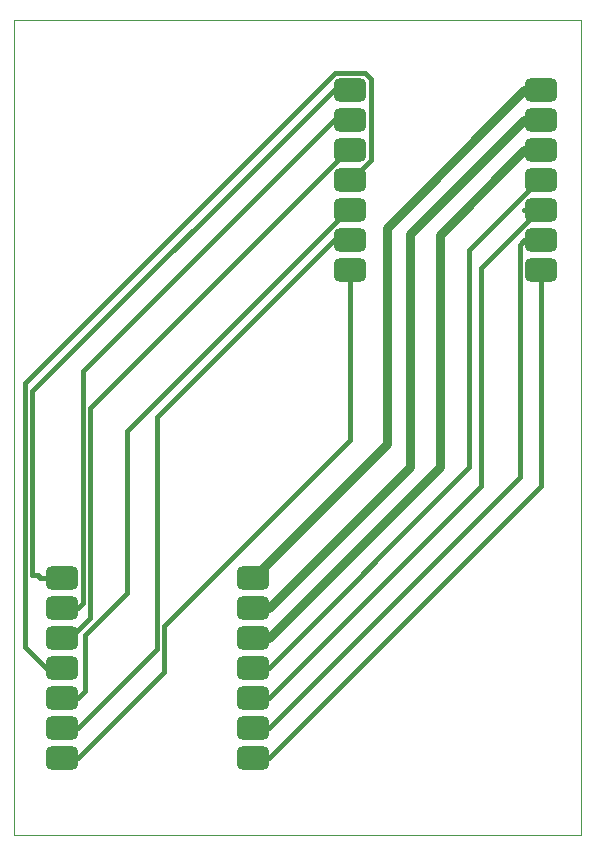
<source format=gbr>
%TF.GenerationSoftware,KiCad,Pcbnew,9.0.2*%
%TF.CreationDate,2025-07-01T01:27:04-05:00*%
%TF.ProjectId,MagMesh,4d61674d-6573-4682-9e6b-696361645f70,rev?*%
%TF.SameCoordinates,Original*%
%TF.FileFunction,Copper,L1,Top*%
%TF.FilePolarity,Positive*%
%FSLAX46Y46*%
G04 Gerber Fmt 4.6, Leading zero omitted, Abs format (unit mm)*
G04 Created by KiCad (PCBNEW 9.0.2) date 2025-07-01 01:27:04*
%MOMM*%
%LPD*%
G01*
G04 APERTURE LIST*
G04 Aperture macros list*
%AMRoundRect*
0 Rectangle with rounded corners*
0 $1 Rounding radius*
0 $2 $3 $4 $5 $6 $7 $8 $9 X,Y pos of 4 corners*
0 Add a 4 corners polygon primitive as box body*
4,1,4,$2,$3,$4,$5,$6,$7,$8,$9,$2,$3,0*
0 Add four circle primitives for the rounded corners*
1,1,$1+$1,$2,$3*
1,1,$1+$1,$4,$5*
1,1,$1+$1,$6,$7*
1,1,$1+$1,$8,$9*
0 Add four rect primitives between the rounded corners*
20,1,$1+$1,$2,$3,$4,$5,0*
20,1,$1+$1,$4,$5,$6,$7,0*
20,1,$1+$1,$6,$7,$8,$9,0*
20,1,$1+$1,$8,$9,$2,$3,0*%
G04 Aperture macros list end*
%TA.AperFunction,SMDPad,CuDef*%
%ADD10RoundRect,0.500000X-0.875000X-0.500000X0.875000X-0.500000X0.875000X0.500000X-0.875000X0.500000X0*%
%TD*%
%TA.AperFunction,Conductor*%
%ADD11C,0.400000*%
%TD*%
%TA.AperFunction,Conductor*%
%ADD12C,0.800000*%
%TD*%
%TA.AperFunction,Profile*%
%ADD13C,0.050000*%
%TD*%
G04 APERTURE END LIST*
D10*
%TO.P,U1,1,P0.02_AIN0_LOW_A0_D0*%
%TO.N,/D0*%
X182890000Y-73880000D03*
%TO.P,U1,2,P0.03_AIN1_LOW_A1_D1*%
%TO.N,/DIO1*%
X182890000Y-76420000D03*
%TO.P,U1,3,P0.28_AIN4_LOW_A2_D2*%
%TO.N,/RST*%
X182890000Y-78960000D03*
%TO.P,U1,4,P0.29_AIN5_LOW_A3_D3*%
%TO.N,/BUSY*%
X182890000Y-81500000D03*
%TO.P,U1,5,P0.04_AIN2_A4_D4*%
%TO.N,/NSS*%
X182890000Y-84040000D03*
%TO.P,U1,6,P0.05_AIN3_A5_D5*%
%TO.N,/RF_SW*%
X182890000Y-86580000D03*
%TO.P,U1,7,P1.11_TX_D6*%
%TO.N,/TX*%
X182890000Y-89120000D03*
%TO.P,U1,8,P1.12_RX_D7*%
%TO.N,/RX*%
X199055000Y-89120000D03*
%TO.P,U1,9,P1.13_SCK_D8*%
%TO.N,/SPI_SCK_LINE*%
X199055000Y-86580000D03*
%TO.P,U1,10,P1.14_MISO_D9*%
%TO.N,/SPI_MISO_LINE*%
X199055000Y-84040000D03*
%TO.P,U1,11,P1.15_MOSI_D10*%
%TO.N,/SPI_MOSI_LINE*%
X199055000Y-81500000D03*
%TO.P,U1,12,3V3*%
%TO.N,+3V3*%
X199055000Y-78960000D03*
%TO.P,U1,13,GND*%
%TO.N,GND*%
X199055000Y-76420000D03*
%TO.P,U1,14,VBUS*%
%TO.N,+5V*%
X199055000Y-73880000D03*
%TD*%
%TO.P,U2,1,P0.02_AIN0_LOW_A0_D0*%
%TO.N,/D0*%
X158504500Y-115191800D03*
%TO.P,U2,2,P0.03_AIN1_LOW_A1_D1*%
%TO.N,/DIO1*%
X158504500Y-117731800D03*
%TO.P,U2,3,P0.28_AIN4_LOW_A2_D2*%
%TO.N,/RST*%
X158504500Y-120271800D03*
%TO.P,U2,4,P0.29_AIN5_LOW_A3_D3*%
%TO.N,/BUSY*%
X158504500Y-122811800D03*
%TO.P,U2,5,P0.04_AIN2_A4_D4*%
%TO.N,/NSS*%
X158504500Y-125351800D03*
%TO.P,U2,6,P0.05_AIN3_A5_D5*%
%TO.N,/RF_SW*%
X158504500Y-127891800D03*
%TO.P,U2,7,P1.11_TX_D6*%
%TO.N,/TX*%
X158504500Y-130431800D03*
%TO.P,U2,8,P1.12_RX_D7*%
%TO.N,/RX*%
X174669500Y-130431800D03*
%TO.P,U2,9,P1.13_SCK_D8*%
%TO.N,/SPI_SCK_LINE*%
X174669500Y-127891800D03*
%TO.P,U2,10,P1.14_MISO_D9*%
%TO.N,/SPI_MISO_LINE*%
X174669500Y-125351800D03*
%TO.P,U2,11,P1.15_MOSI_D10*%
%TO.N,/SPI_MOSI_LINE*%
X174669500Y-122811800D03*
%TO.P,U2,12,3V3*%
%TO.N,+3V3*%
X174669500Y-120271800D03*
%TO.P,U2,13,GND*%
%TO.N,GND*%
X174669500Y-117731800D03*
%TO.P,U2,14,VBUS*%
%TO.N,+5V*%
X174669500Y-115191800D03*
%TD*%
D11*
%TO.N,/SPI_SCK_LINE*%
X197279000Y-86981000D02*
X197279000Y-106657300D01*
X197680000Y-86580000D02*
X197279000Y-86981000D01*
X176044500Y-127891800D02*
X174669500Y-127891800D01*
X199055000Y-86580000D02*
X197680000Y-86580000D01*
X197279000Y-106657300D02*
X176044500Y-127891800D01*
%TO.N,/SPI_MISO_LINE*%
X176044500Y-125351800D02*
X174669500Y-125351800D01*
X194000000Y-107396300D02*
X176044500Y-125351800D01*
X194000000Y-88978522D02*
X194000000Y-107396300D01*
X198938522Y-84040000D02*
X194000000Y-88978522D01*
X199055000Y-84040000D02*
X198938522Y-84040000D01*
%TO.N,/SPI_MOSI_LINE*%
X176044500Y-122811800D02*
X174669500Y-122811800D01*
X193000000Y-87438522D02*
X193000000Y-105856300D01*
X193000000Y-105856300D02*
X176044500Y-122811800D01*
X198938522Y-81500000D02*
X193000000Y-87438522D01*
X199055000Y-81500000D02*
X198938522Y-81500000D01*
%TO.N,/NSS*%
X160463500Y-120030672D02*
X160463500Y-124767800D01*
X164038500Y-102775022D02*
X164038500Y-116455672D01*
X164038500Y-116455672D02*
X160463500Y-120030672D01*
X160463500Y-124767800D02*
X159879500Y-125351800D01*
X182773522Y-84040000D02*
X164038500Y-102775022D01*
X182890000Y-84040000D02*
X182773522Y-84040000D01*
X159879500Y-125351800D02*
X158504500Y-125351800D01*
D12*
%TO.N,+3V3*%
X190500000Y-105816300D02*
X176044500Y-120271800D01*
X176044500Y-120271800D02*
X174669500Y-120271800D01*
X197680000Y-78960000D02*
X190500000Y-86140000D01*
X190500000Y-86140000D02*
X190500000Y-105816300D01*
X199055000Y-78960000D02*
X197680000Y-78960000D01*
%TO.N,GND*%
X199055000Y-76420000D02*
X197680000Y-76420000D01*
X188000000Y-86100000D02*
X188000000Y-105776300D01*
X197680000Y-76420000D02*
X188000000Y-86100000D01*
X176044500Y-117731800D02*
X174669500Y-117731800D01*
X188000000Y-105776300D02*
X176044500Y-117731800D01*
D11*
%TO.N,/SPI_MISO_LINE*%
X199055000Y-84040000D02*
X197680000Y-84040000D01*
%TO.N,/DIO1*%
X160280500Y-117330800D02*
X159879500Y-117731800D01*
X182890000Y-76420000D02*
X181515000Y-76420000D01*
X181515000Y-76420000D02*
X160280500Y-97654500D01*
X159879500Y-117731800D02*
X158504500Y-117731800D01*
X160280500Y-97654500D02*
X160280500Y-117330800D01*
%TO.N,/D0*%
X156000000Y-115000000D02*
X156500000Y-115000000D01*
X182890000Y-73880000D02*
X181515000Y-73880000D01*
X181515000Y-73880000D02*
X156000000Y-99395000D01*
X156691800Y-115191800D02*
X158504500Y-115191800D01*
X156500000Y-115000000D02*
X156691800Y-115191800D01*
X156000000Y-99395000D02*
X156000000Y-115000000D01*
%TO.N,/RX*%
X176044500Y-130431800D02*
X174669500Y-130431800D01*
X199055000Y-89120000D02*
X199055000Y-107421300D01*
X199055000Y-107421300D02*
X176044500Y-130431800D01*
D12*
%TO.N,+5V*%
X186000000Y-103861300D02*
X174669500Y-115191800D01*
X197680000Y-73880000D02*
X186000000Y-85560000D01*
X186000000Y-85560000D02*
X186000000Y-103861300D01*
X199055000Y-73880000D02*
X197680000Y-73880000D01*
D11*
%TO.N,/RST*%
X160881500Y-100852022D02*
X160881500Y-118618500D01*
X182890000Y-78960000D02*
X182773522Y-78960000D01*
X159228200Y-120271800D02*
X158504500Y-120271800D01*
X182773522Y-78960000D02*
X160881500Y-100852022D01*
X160881500Y-118618500D02*
X159228200Y-120271800D01*
%TO.N,/RF_SW*%
X159879500Y-127891800D02*
X158504500Y-127891800D01*
X166540500Y-101554500D02*
X166540500Y-121230800D01*
X181515000Y-86580000D02*
X166540500Y-101554500D01*
X182890000Y-86580000D02*
X181515000Y-86580000D01*
X166540500Y-121230800D02*
X159879500Y-127891800D01*
%TO.N,/BUSY*%
X155399000Y-98714522D02*
X155399000Y-121081300D01*
X184145478Y-72479000D02*
X181634522Y-72479000D01*
X184666000Y-72999522D02*
X184145478Y-72479000D01*
X155399000Y-121081300D02*
X157129500Y-122811800D01*
X183006478Y-81500000D02*
X184666000Y-79840478D01*
X184666000Y-79840478D02*
X184666000Y-72999522D01*
X182890000Y-81500000D02*
X183006478Y-81500000D01*
X157129500Y-122811800D02*
X158504500Y-122811800D01*
X181634522Y-72479000D02*
X155399000Y-98714522D01*
%TO.N,/TX*%
X159879500Y-130431800D02*
X158504500Y-130431800D01*
X182890000Y-89120000D02*
X182890000Y-103491982D01*
X182890000Y-103491982D02*
X167141500Y-119240482D01*
X167141500Y-123169800D02*
X159879500Y-130431800D01*
X167141500Y-119240482D02*
X167141500Y-123169800D01*
%TD*%
D13*
X154500000Y-68000000D02*
X202500000Y-68000000D01*
X202500000Y-137000000D01*
X154500000Y-137000000D01*
X154500000Y-68000000D01*
M02*

</source>
